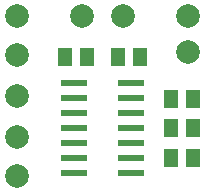
<source format=gbr>
G04 EAGLE Gerber RS-274X export*
G75*
%MOMM*%
%FSLAX34Y34*%
%LPD*%
%INSolderpaste Top*%
%IPPOS*%
%AMOC8*
5,1,8,0,0,1.08239X$1,22.5*%
G01*
%ADD10R,1.300000X1.500000*%
%ADD11C,2.000000*%
%ADD12R,2.286000X0.609600*%


D10*
X105500Y135000D03*
X124500Y135000D03*
D11*
X20000Y35000D03*
X20000Y67500D03*
X20000Y137500D03*
X20000Y102500D03*
X75000Y170000D03*
X110000Y170000D03*
D10*
X60500Y135000D03*
X79500Y135000D03*
X150500Y100000D03*
X169500Y100000D03*
X150500Y50000D03*
X169500Y50000D03*
X150500Y75000D03*
X169500Y75000D03*
D11*
X20000Y170000D03*
X165000Y140000D03*
X165000Y170000D03*
D12*
X68370Y113100D03*
X68370Y100400D03*
X68370Y87700D03*
X68370Y75000D03*
X68370Y62300D03*
X68370Y49600D03*
X68370Y36900D03*
X116630Y36900D03*
X116630Y49600D03*
X116630Y62300D03*
X116630Y75000D03*
X116630Y87700D03*
X116630Y100400D03*
X116630Y113100D03*
M02*

</source>
